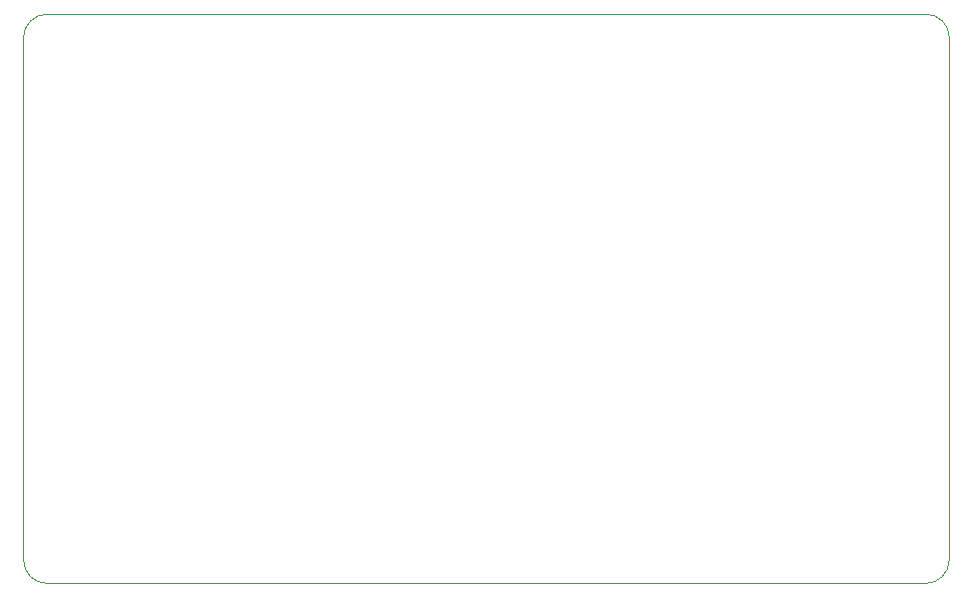
<source format=gbr>
%TF.GenerationSoftware,KiCad,Pcbnew,9.0.0*%
%TF.CreationDate,2025-03-25T16:41:30+02:00*%
%TF.ProjectId,aux,6175782e-6b69-4636-9164-5f7063625858,rev?*%
%TF.SameCoordinates,Original*%
%TF.FileFunction,Profile,NP*%
%FSLAX46Y46*%
G04 Gerber Fmt 4.6, Leading zero omitted, Abs format (unit mm)*
G04 Created by KiCad (PCBNEW 9.0.0) date 2025-03-25 16:41:30*
%MOMM*%
%LPD*%
G01*
G04 APERTURE LIST*
%TA.AperFunction,Profile*%
%ADD10C,0.050000*%
%TD*%
G04 APERTURE END LIST*
D10*
X80000000Y-66000000D02*
X154400000Y-66000000D01*
X156385786Y-112200000D02*
X156400000Y-68000000D01*
X80000000Y-114200000D02*
G75*
G02*
X78000000Y-112200000I0J2000000D01*
G01*
X154400000Y-66000000D02*
G75*
G02*
X156400000Y-68000000I0J-2000000D01*
G01*
X78000000Y-112200000D02*
X78000000Y-68000000D01*
X156385786Y-112200000D02*
G75*
G02*
X154385786Y-114199986I-1999986J0D01*
G01*
X78000000Y-68000000D02*
G75*
G02*
X80000000Y-66000000I2000000J0D01*
G01*
X80000000Y-114200000D02*
X154385786Y-114199985D01*
M02*

</source>
